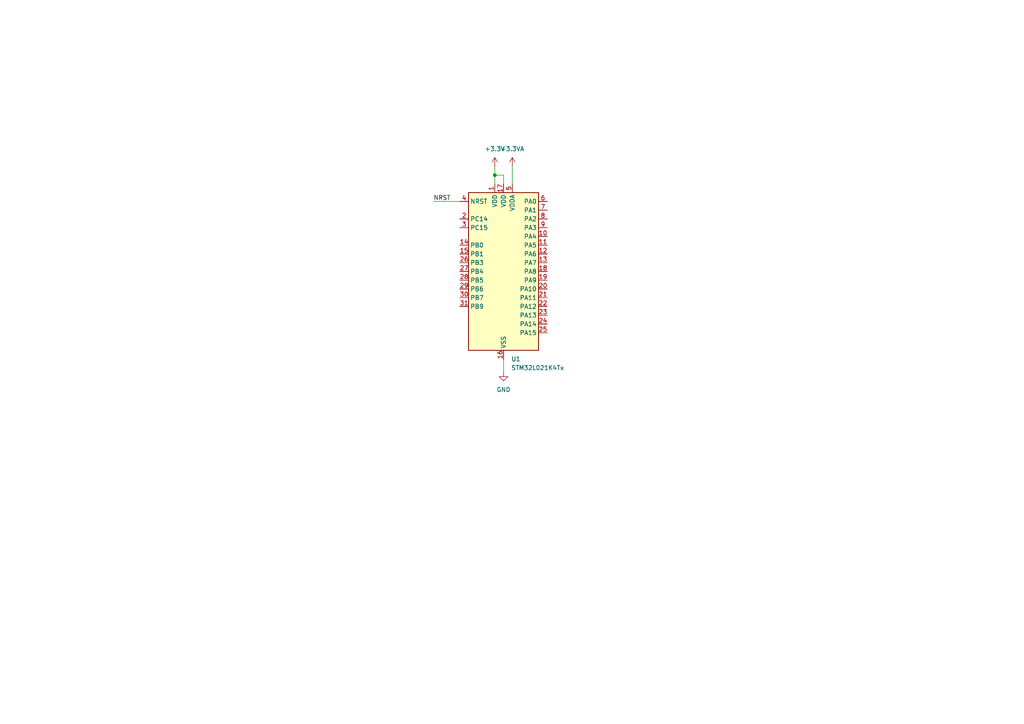
<source format=kicad_sch>
(kicad_sch (version 20230121) (generator eeschema)
  (paper "A4")
  (lib_symbols
    (symbol "MCU_ST_STM32L0:STM32L021K4Tx"
      (property "Reference" "U" (at -10.16 24.13 0))
      (property "Value" "STM32L021K4Tx" (at 5.08 24.13 0))
      (symbol "STM32L021K4Tx_0_1"
        (rectangle (start -10.16 -22.86) (end 10.16 22.86) (stroke (width 0.254)) (fill (type background)))
      )
      (symbol "STM32L021K4Tx_1_1"
        (pin power_in line (at -2.54 25.4 270) (length 2.54) (name "VDD") (number "1"))
        (pin bidirectional line (at 12.7 10.16 180) (length 2.54) (name "PA4") (number "10"))
        (pin bidirectional line (at 12.7 7.62 180) (length 2.54) (name "PA5") (number "11"))
        (pin bidirectional line (at 12.7 5.08 180) (length 2.54) (name "PA6") (number "12"))
        (pin bidirectional line (at 12.7 2.54 180) (length 2.54) (name "PA7") (number "13"))
        (pin bidirectional line (at -12.7 7.62 0) (length 2.54) (name "PB0") (number "14"))
        (pin bidirectional line (at -12.7 5.08 0) (length 2.54) (name "PB1") (number "15"))
        (pin power_in line (at 0 -25.4 90) (length 2.54) (name "VSS") (number "16"))
        (pin power_in line (at 0 25.4 270) (length 2.54) (name "VDD") (number "17"))
        (pin bidirectional line (at 12.7 0 180) (length 2.54) (name "PA8") (number "18"))
        (pin bidirectional line (at 12.7 -2.54 180) (length 2.54) (name "PA9") (number "19"))
        (pin bidirectional line (at -12.7 15.24 0) (length 2.54) (name "PC14") (number "2"))
        (pin bidirectional line (at 12.7 -5.08 180) (length 2.54) (name "PA10") (number "20"))
        (pin bidirectional line (at 12.7 -7.62 180) (length 2.54) (name "PA11") (number "21"))
        (pin bidirectional line (at 12.7 -10.16 180) (length 2.54) (name "PA12") (number "22"))
        (pin bidirectional line (at 12.7 -12.7 180) (length 2.54) (name "PA13") (number "23"))
        (pin bidirectional line (at 12.7 -15.24 180) (length 2.54) (name "PA14") (number "24"))
        (pin bidirectional line (at 12.7 -17.78 180) (length 2.54) (name "PA15") (number "25"))
        (pin bidirectional line (at -12.7 2.54 0) (length 2.54) (name "PB3") (number "26"))
        (pin bidirectional line (at -12.7 0 0) (length 2.54) (name "PB4") (number "27"))
        (pin bidirectional line (at -12.7 -2.54 0) (length 2.54) (name "PB5") (number "28"))
        (pin bidirectional line (at -12.7 -5.08 0) (length 2.54) (name "PB6") (number "29"))
        (pin bidirectional line (at -12.7 12.7 0) (length 2.54) (name "PC15") (number "3"))
        (pin bidirectional line (at -12.7 -7.62 0) (length 2.54) (name "PB7") (number "30"))
        (pin bidirectional line (at -12.7 -10.16 0) (length 2.54) (name "PB9") (number "31"))
        (pin passive line (at 0 -25.4 90) (length 2.54) hide (name "VSS") (number "32"))
        (pin input line (at -12.7 20.32 0) (length 2.54) (name "NRST") (number "4"))
        (pin power_in line (at 2.54 25.4 270) (length 2.54) (name "VDDA") (number "5"))
        (pin bidirectional line (at 12.7 20.32 180) (length 2.54) (name "PA0") (number "6"))
        (pin bidirectional line (at 12.7 17.78 180) (length 2.54) (name "PA1") (number "7"))
        (pin bidirectional line (at 12.7 15.24 180) (length 2.54) (name "PA2") (number "8"))
        (pin bidirectional line (at 12.7 12.7 180) (length 2.54) (name "PA3") (number "9"))
      )
    )
    (symbol "power:+3.3V" (power) (pin_names (offset 0))
      (property "Value" "+3.3V" (at 0 3.556 0))
      (symbol "+3.3V_0_1"
        (polyline (pts (xy -0.762 1.27) (xy 0 2.54)))
        (polyline (pts (xy 0 0) (xy 0 2.54)))
        (polyline (pts (xy 0 2.54) (xy 0.762 1.27)))
      )
      (symbol "+3.3V_1_1"
        (pin power_in line (at 0 0 90) (length 0) hide (name "+3.3V") (number "1"))
      )
    )
    (symbol "power:+3.3VA" (power) (pin_names (offset 0))
      (property "Value" "+3.3VA" (at 0 3.556 0))
      (symbol "+3.3VA_0_1"
        (polyline (pts (xy -0.762 1.27) (xy 0 2.54)))
        (polyline (pts (xy 0 0) (xy 0 2.54)))
        (polyline (pts (xy 0 2.54) (xy 0.762 1.27)))
      )
      (symbol "+3.3VA_1_1"
        (pin power_in line (at 0 0 90) (length 0) hide (name "+3.3VA") (number "1"))
      )
    )
    (symbol "power:GND" (power) (pin_names (offset 0))
      (property "Value" "GND" (at 0 -3.81 0))
      (symbol "GND_0_1"
        (polyline (pts (xy 0 0) (xy 0 -1.27) (xy 1.27 -1.27) (xy 0 -2.54) (xy -1.27 -1.27) (xy 0 -1.27)))
      )
      (symbol "GND_1_1"
        (pin power_in line (at 0 0 270) (length 0) hide (name "GND") (number "1"))
      )
    )
  )
  (junction (at 143.51 50.8))
  (wire (pts (xy 148.59 48.26) (xy 148.59 53.34)))
  (wire (pts (xy 125.73 58.42) (xy 133.35 58.42)))
  (wire (pts (xy 143.51 50.8) (xy 143.51 53.34)))
  (wire (pts (xy 146.05 104.14) (xy 146.05 107.95)))
  (wire (pts (xy 146.05 53.34) (xy 146.05 50.8)))
  (wire (pts (xy 146.05 50.8) (xy 143.51 50.8)))
  (wire (pts (xy 143.51 48.26) (xy 143.51 50.8)))
  (label "NRST" (at 125.73 58.42 0))
  (symbol (lib_id "power:+3.3VA") (at 148.59 48.26 0) (unit 1)
    (property "Reference" "#PWR04" (effects hide))
    (property "Value" "+3.3VA" (at 148.59 43.18 0))
  )
  (symbol (lib_id "power:GND") (at 146.05 107.95 0) (unit 1)
    (property "Reference" "#PWR01" (effects hide))
    (property "Value" "GND" (at 146.05 113.03 0))
  )
  (symbol (lib_id "power:+3.3V") (at 143.51 48.26 0) (unit 1)
    (property "Reference" "#PWR03" (effects hide))
    (property "Value" "+3.3V" (at 143.51 43.18 0))
  )
  (symbol (lib_id "MCU_ST_STM32L0:STM32L021K4Tx") (at 146.05 78.74 0) (unit 1)
    (property "Reference" "U1" (at 148.2441 104.14 0) (effects (justify left)))
    (property "Value" "STM32L021K4Tx" (at 148.2441 106.68 0) (effects (justify left)))
    (property "Footprint" "Package_QFP:LQFP-32_7x7mm_P0.8mm" (effects hide))
    (property "Datasheet" "https://www.st.com/resource/en/datasheet/stm32l021k4.pdf" (effects hide))
  )
)
</source>
